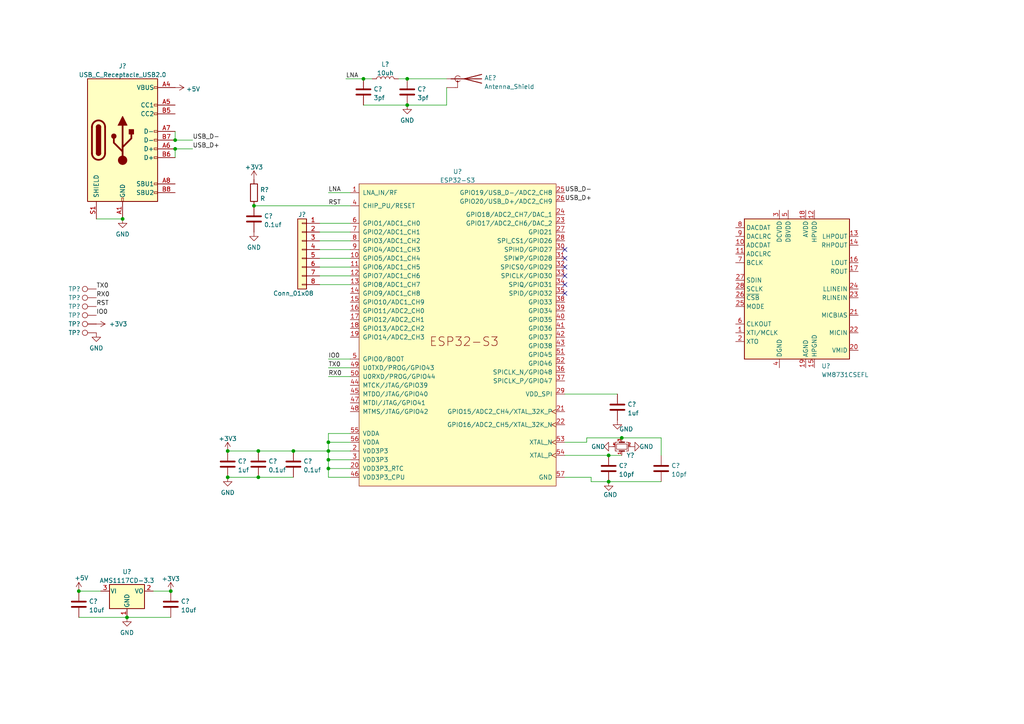
<source format=kicad_sch>
(kicad_sch (version 20211123) (generator eeschema)
  (paper "A4")
  (title_block (title "main-board") (date "2022-05-28") (rev "V1.0"))
  (lib_symbols
    (symbol "Audio:WM8731CSEFL"
      (property "Reference" "U" (at -13.97 21.59 0))
      (property "Value" "WM8731CSEFL" (at 0 5.08 0))
      (symbol "WM8731CSEFL_0_1"
        (rectangle (start -15.24 20.32) (end 15.24 -20.32) (stroke (width 0.254)) (fill (type background)))
      )
      (symbol "WM8731CSEFL_1_1"
        (pin input line (at -17.78 -12.7 0) (length 2.54) (name "XTI/MCLK") (number "1"))
        (pin output line (at -17.78 12.7 0) (length 2.54) (name "ADCDAT") (number "10"))
        (pin bidirectional line (at -17.78 10.16 0) (length 2.54) (name "ADCLRC") (number "11"))
        (pin power_in line (at 5.08 22.86 270) (length 2.54) (name "HPVDD") (number "12"))
        (pin output line (at 17.78 15.24 180) (length 2.54) (name "LHPOUT") (number "13"))
        (pin output line (at 17.78 12.7 180) (length 2.54) (name "RHPOUT") (number "14"))
        (pin power_in line (at 5.08 -22.86 90) (length 2.54) (name "HPGND") (number "15"))
        (pin output line (at 17.78 7.62 180) (length 2.54) (name "LOUT") (number "16"))
        (pin output line (at 17.78 5.08 180) (length 2.54) (name "ROUT") (number "17"))
        (pin power_in line (at 2.54 22.86 270) (length 2.54) (name "AVDD") (number "18"))
        (pin power_in line (at 2.54 -22.86 90) (length 2.54) (name "AGND") (number "19"))
        (pin output line (at -17.78 -15.24 0) (length 2.54) (name "XTO") (number "2"))
        (pin passive line (at 17.78 -17.78 180) (length 2.54) (name "VMID") (number "20"))
        (pin output line (at 17.78 -7.62 180) (length 2.54) (name "MICBIAS") (number "21"))
        (pin input line (at 17.78 -12.7 180) (length 2.54) (name "MICIN") (number "22"))
        (pin input line (at 17.78 -2.54 180) (length 2.54) (name "RLINEIN") (number "23"))
        (pin input line (at 17.78 0 180) (length 2.54) (name "LLINEIN") (number "24"))
        (pin input line (at -17.78 -5.08 0) (length 2.54) (name "MODE") (number "25"))
        (pin input line (at -17.78 -2.54 0) (length 2.54) (name "~{CSB}") (number "26"))
        (pin bidirectional line (at -17.78 2.54 0) (length 2.54) (name "SDIN") (number "27"))
        (pin input line (at -17.78 0 0) (length 2.54) (name "SCLK") (number "28"))
        (pin passive line (at 2.54 -22.86 90) (length 2.54) hide (name "AGND") (number "29"))
        (pin power_in line (at -5.08 22.86 270) (length 2.54) (name "DCVDD") (number "3"))
        (pin power_in line (at -5.08 -22.86 90) (length 2.54) (name "DGND") (number "4"))
        (pin power_in line (at -2.54 22.86 270) (length 2.54) (name "DBVDD") (number "5"))
        (pin output line (at -17.78 -10.16 0) (length 2.54) (name "CLKOUT") (number "6"))
        (pin bidirectional line (at -17.78 7.62 0) (length 2.54) (name "BCLK") (number "7"))
        (pin input line (at -17.78 17.78 0) (length 2.54) (name "DACDAT") (number "8"))
        (pin bidirectional line (at -17.78 15.24 0) (length 2.54) (name "DACLRC") (number "9"))
      )
    )
    (symbol "Connector:TestPoint" (pin_numbers hide) (pin_names (offset 0.762) hide)
      (property "Reference" "TP" (at 0 6.858 0))
      (property "Value" "TestPoint" (at 0 5.08 0))
      (symbol "TestPoint_0_1"
        (circle (center 0 3.302) (radius 0.762))
      )
      (symbol "TestPoint_1_1"
        (pin passive line (at 0 0 90) (length 2.54) (name "1") (number "1"))
      )
    )
    (symbol "Connector:USB_C_Receptacle_USB2.0" (pin_names (offset 1.016))
      (property "Reference" "J" (at -10.16 19.05 0))
      (property "Value" "USB_C_Receptacle_USB2.0" (at 19.05 19.05 0))
      (symbol "USB_C_Receptacle_USB2.0_0_0"
        (rectangle (start -0.254 -17.78) (end 0.254 -16.764))
        (rectangle (start 10.16 -14.986) (end 9.144 -15.494))
        (rectangle (start 10.16 -12.446) (end 9.144 -12.954))
        (rectangle (start 10.16 -4.826) (end 9.144 -5.334))
        (rectangle (start 10.16 -2.286) (end 9.144 -2.794))
        (rectangle (start 10.16 0.254) (end 9.144 -0.254))
        (rectangle (start 10.16 2.794) (end 9.144 2.286))
        (rectangle (start 10.16 7.874) (end 9.144 7.366))
        (rectangle (start 10.16 10.414) (end 9.144 9.906))
        (rectangle (start 10.16 15.494) (end 9.144 14.986))
      )
      (symbol "USB_C_Receptacle_USB2.0_0_1"
        (rectangle (start -10.16 17.78) (end 10.16 -17.78) (stroke (width 0.254)) (fill (type background)))
        (arc (start -8.89 -3.81) (mid -6.985 -5.715) (end -5.08 -3.81) (stroke (width 0.508)))
        (arc (start -7.62 -3.81) (mid -6.985 -4.445) (end -6.35 -3.81) (stroke (width 0.254)))
        (arc (start -7.62 -3.81) (mid -6.985 -4.445) (end -6.35 -3.81) (stroke (width 0.254)) (fill (type outline)))
        (rectangle (start -7.62 -3.81) (end -6.35 3.81) (stroke (width 0.254)) (fill (type outline)))
        (arc (start -6.35 3.81) (mid -6.985 4.445) (end -7.62 3.81) (stroke (width 0.254)))
        (arc (start -6.35 3.81) (mid -6.985 4.445) (end -7.62 3.81) (stroke (width 0.254)) (fill (type outline)))
        (arc (start -5.08 3.81) (mid -6.985 5.715) (end -8.89 3.81) (stroke (width 0.508)))
        (circle (center -2.54 1.143) (radius 0.635) (stroke (width 0.254)) (fill (type outline)))
        (circle (center 0 -5.842) (radius 1.27) (fill (type outline)))
        (polyline (pts (xy -8.89 -3.81) (xy -8.89 3.81)) (stroke (width 0.508)))
        (polyline (pts (xy -5.08 3.81) (xy -5.08 -3.81)) (stroke (width 0.508)))
        (polyline (pts (xy 0 -5.842) (xy 0 4.318)) (stroke (width 0.508)))
        (polyline (pts (xy 0 -3.302) (xy -2.54 -0.762) (xy -2.54 0.508)) (stroke (width 0.508)))
        (polyline (pts (xy 0 -2.032) (xy 2.54 0.508) (xy 2.54 1.778)) (stroke (width 0.508)))
        (polyline (pts (xy -1.27 4.318) (xy 0 6.858) (xy 1.27 4.318) (xy -1.27 4.318)) (stroke (width 0.254)) (fill (type outline)))
        (rectangle (start 1.905 1.778) (end 3.175 3.048) (stroke (width 0.254)) (fill (type outline)))
      )
      (symbol "USB_C_Receptacle_USB2.0_1_1"
        (pin passive line (at 0 -22.86 90) (length 5.08) (name "GND") (number "A1"))
        (pin passive line (at 0 -22.86 90) (length 5.08) hide (name "GND") (number "A12"))
        (pin passive line (at 15.24 15.24 180) (length 5.08) (name "VBUS") (number "A4"))
        (pin bidirectional line (at 15.24 10.16 180) (length 5.08) (name "CC1") (number "A5"))
        (pin bidirectional line (at 15.24 -2.54 180) (length 5.08) (name "D+") (number "A6"))
        (pin bidirectional line (at 15.24 2.54 180) (length 5.08) (name "D-") (number "A7"))
        (pin bidirectional line (at 15.24 -12.7 180) (length 5.08) (name "SBU1") (number "A8"))
        (pin passive line (at 15.24 15.24 180) (length 5.08) hide (name "VBUS") (number "A9"))
        (pin passive line (at 0 -22.86 90) (length 5.08) hide (name "GND") (number "B1"))
        (pin passive line (at 0 -22.86 90) (length 5.08) hide (name "GND") (number "B12"))
        (pin passive line (at 15.24 15.24 180) (length 5.08) hide (name "VBUS") (number "B4"))
        (pin bidirectional line (at 15.24 7.62 180) (length 5.08) (name "CC2") (number "B5"))
        (pin bidirectional line (at 15.24 -5.08 180) (length 5.08) (name "D+") (number "B6"))
        (pin bidirectional line (at 15.24 0 180) (length 5.08) (name "D-") (number "B7"))
        (pin bidirectional line (at 15.24 -15.24 180) (length 5.08) (name "SBU2") (number "B8"))
        (pin passive line (at 15.24 15.24 180) (length 5.08) hide (name "VBUS") (number "B9"))
        (pin passive line (at -7.62 -22.86 90) (length 5.08) (name "SHIELD") (number "S1"))
      )
    )
    (symbol "Connector_Generic:Conn_01x08" (pin_names (offset 1.016) hide)
      (property "Reference" "J" (at 0 10.16 0))
      (property "Value" "Conn_01x08" (at 0 -12.7 0))
      (symbol "Conn_01x08_1_1"
        (rectangle (start -1.27 -10.033) (end 0 -10.287) (stroke (width 0.1524)))
        (rectangle (start -1.27 -7.493) (end 0 -7.747) (stroke (width 0.1524)))
        (rectangle (start -1.27 -4.953) (end 0 -5.207) (stroke (width 0.1524)))
        (rectangle (start -1.27 -2.413) (end 0 -2.667) (stroke (width 0.1524)))
        (rectangle (start -1.27 0.127) (end 0 -0.127) (stroke (width 0.1524)))
        (rectangle (start -1.27 2.667) (end 0 2.413) (stroke (width 0.1524)))
        (rectangle (start -1.27 5.207) (end 0 4.953) (stroke (width 0.1524)))
        (rectangle (start -1.27 7.747) (end 0 7.493) (stroke (width 0.1524)))
        (rectangle (start -1.27 8.89) (end 1.27 -11.43) (stroke (width 0.254)) (fill (type background)))
        (pin passive line (at -5.08 7.62 0) (length 3.81) (name "Pin_1") (number "1"))
        (pin passive line (at -5.08 5.08 0) (length 3.81) (name "Pin_2") (number "2"))
        (pin passive line (at -5.08 2.54 0) (length 3.81) (name "Pin_3") (number "3"))
        (pin passive line (at -5.08 0 0) (length 3.81) (name "Pin_4") (number "4"))
        (pin passive line (at -5.08 -2.54 0) (length 3.81) (name "Pin_5") (number "5"))
        (pin passive line (at -5.08 -5.08 0) (length 3.81) (name "Pin_6") (number "6"))
        (pin passive line (at -5.08 -7.62 0) (length 3.81) (name "Pin_7") (number "7"))
        (pin passive line (at -5.08 -10.16 0) (length 3.81) (name "Pin_8") (number "8"))
      )
    )
    (symbol "Device:Antenna_Shield" (pin_numbers hide) (pin_names (offset 1.016) hide)
      (property "Reference" "AE" (at -1.905 4.445 0))
      (property "Value" "Antenna_Shield" (at -1.905 2.54 0))
      (symbol "Antenna_Shield_0_1"
        (arc (start -0.508 -1.143) (mid -0.8429 -2.1194) (end 0 -2.667))
        (arc (start 0 -2.667) (mid 0.7989 -2.1052) (end 0.508 -1.143))
        (polyline (pts (xy 0 -2.54) (xy 0 0)))
        (polyline (pts (xy 0 5.08) (xy 0 -3.81)) (stroke (width 0.254)))
        (polyline (pts (xy 0.762 -1.905) (xy 2.54 -1.905)))
        (polyline (pts (xy 2.54 -2.54) (xy 2.54 -1.905)))
        (polyline (pts (xy 1.27 5.08) (xy 0 0) (xy -1.27 5.08)) (stroke (width 0.254)))
        (circle (center 0.762 -1.905) (radius 0.1778) (fill (type outline)))
      )
      (symbol "Antenna_Shield_1_1"
        (pin input line (at 0 -5.08 90) (length 2.54) (name "A") (number "1"))
        (pin input line (at 2.54 -5.08 90) (length 2.54) (name "Shield") (number "2"))
      )
    )
    (symbol "Device:C" (pin_numbers hide) (pin_names (offset 0.254))
      (property "Reference" "C" (at 0.635 2.54 0))
      (property "Value" "C" (at 0.635 -2.54 0))
      (symbol "C_0_1"
        (polyline (pts (xy -2.032 -0.762) (xy 2.032 -0.762)) (stroke (width 0.508)))
        (polyline (pts (xy -2.032 0.762) (xy 2.032 0.762)) (stroke (width 0.508)))
      )
      (symbol "C_1_1"
        (pin passive line (at 0 3.81 270) (length 2.794) (name "~") (number "1"))
        (pin passive line (at 0 -3.81 90) (length 2.794) (name "~") (number "2"))
      )
    )
    (symbol "Device:Crystal_GND24_Small" (pin_names (offset 1.016) hide)
      (property "Reference" "Y" (at 1.27 4.445 0))
      (property "Value" "Crystal_GND24_Small" (at 1.27 2.54 0))
      (symbol "Crystal_GND24_Small_0_1"
        (rectangle (start -0.762 -1.524) (end 0.762 1.524))
        (polyline (pts (xy -1.27 -0.762) (xy -1.27 0.762)) (stroke (width 0.381)))
        (polyline (pts (xy 1.27 -0.762) (xy 1.27 0.762)) (stroke (width 0.381)))
        (polyline (pts (xy -1.27 -1.27) (xy -1.27 -1.905) (xy 1.27 -1.905) (xy 1.27 -1.27)))
        (polyline (pts (xy -1.27 1.27) (xy -1.27 1.905) (xy 1.27 1.905) (xy 1.27 1.27)))
      )
      (symbol "Crystal_GND24_Small_1_1"
        (pin passive line (at -2.54 0 0) (length 1.27) (name "1") (number "1"))
        (pin passive line (at 0 -2.54 90) (length 0.635) (name "2") (number "2"))
        (pin passive line (at 2.54 0 180) (length 1.27) (name "3") (number "3"))
        (pin passive line (at 0 2.54 270) (length 0.635) (name "4") (number "4"))
      )
    )
    (symbol "Device:L" (pin_numbers hide) (pin_names (offset 1.016) hide)
      (property "Reference" "L" (at -1.27 0 90))
      (property "Value" "L" (at 1.905 0 90))
      (symbol "L_0_1"
        (arc (start 0 -2.54) (mid 0.635 -1.905) (end 0 -1.27))
        (arc (start 0 -1.27) (mid 0.635 -0.635) (end 0 0))
        (arc (start 0 0) (mid 0.635 0.635) (end 0 1.27))
        (arc (start 0 1.27) (mid 0.635 1.905) (end 0 2.54))
      )
      (symbol "L_1_1"
        (pin passive line (at 0 3.81 270) (length 1.27) (name "1") (number "1"))
        (pin passive line (at 0 -3.81 90) (length 1.27) (name "2") (number "2"))
      )
    )
    (symbol "Device:R" (pin_numbers hide) (pin_names (offset 0))
      (property "Reference" "R" (at 2.032 0 90))
      (property "Value" "R" (at 0 0 90))
      (symbol "R_0_1"
        (rectangle (start -1.016 -2.54) (end 1.016 2.54) (stroke (width 0.254)))
      )
      (symbol "R_1_1"
        (pin passive line (at 0 3.81 270) (length 1.27) (name "~") (number "1"))
        (pin passive line (at 0 -3.81 90) (length 1.27) (name "~") (number "2"))
      )
    )
    (symbol "Espressif:ESP32-S3" (pin_names (offset 1.016))
      (property "Reference" "U" (at 0 46.99 0))
      (property "Value" "ESP32-S3" (at 0 -43.18 0))
      (symbol "ESP32-S3_0_0"
        (text "ESP32-S3" (at 1.27 0 0) (effects (font (size 2.54 2.54))))
        (pin bidirectional line (at 30.48 -8.89 180) (length 2.54) (name "SPICLK_N/GPIO48") (number "36"))
        (pin bidirectional line (at 30.48 -11.43 180) (length 2.54) (name "SPICLK_P/GPIO47") (number "37"))
      )
      (symbol "ESP32-S3_0_1"
        (rectangle (start -29.21 45.72) (end 27.94 -41.91) (fill (type background)))
      )
      (symbol "ESP32-S3_1_1"
        (pin bidirectional line (at -31.75 43.18 0) (length 2.54) (name "LNA_IN/RF") (number "1"))
        (pin bidirectional line (at -31.75 24.13 0) (length 2.54) (name "GPIO5/ADC1_CH4") (number "10"))
        (pin bidirectional line (at -31.75 21.59 0) (length 2.54) (name "GPIO6/ADC1_CH5") (number "11"))
        (pin bidirectional line (at -31.75 19.05 0) (length 2.54) (name "GPIO7/ADC1_CH6") (number "12"))
        (pin bidirectional line (at -31.75 16.51 0) (length 2.54) (name "GPIO8/ADC1_CH7") (number "13"))
        (pin bidirectional line (at -31.75 13.97 0) (length 2.54) (name "GPIO9/ADC1_CH8") (number "14"))
        (pin bidirectional line (at -31.75 11.43 0) (length 2.54) (name "GPIO10/ADC1_CH9") (number "15"))
        (pin bidirectional line (at -31.75 8.89 0) (length 2.54) (name "GPIO11/ADC2_CH0") (number "16"))
        (pin bidirectional line (at -31.75 6.35 0) (length 2.54) (name "GPIO12/ADC2_CH1") (number "17"))
        (pin bidirectional line (at -31.75 3.81 0) (length 2.54) (name "GPIO13/ADC2_CH2") (number "18"))
        (pin bidirectional line (at -31.75 1.27 0) (length 2.54) (name "GPIO14/ADC2_CH3") (number "19"))
        (pin power_in line (at -31.75 -31.75 0) (length 2.54) (name "VDD3P3") (number "2"))
        (pin power_in line (at -31.75 -36.83 0) (length 2.54) (name "VDD3P3_RTC") (number "20"))
        (pin input clock (at 30.48 -20.32 180) (length 2.54) (name "GPIO15/ADC2_CH4/XTAL_32K_P") (number "21"))
        (pin output clock (at 30.48 -24.13 180) (length 2.54) (name "GPIO16/ADC2_CH5/XTAL_32K_N") (number "22"))
        (pin bidirectional line (at 30.48 34.29 180) (length 2.54) (name "GPIO17/ADC2_CH6/DAC_2") (number "23"))
        (pin bidirectional line (at 30.48 36.83 180) (length 2.54) (name "GPIO18/ADC2_CH7/DAC_1") (number "24"))
        (pin bidirectional line (at 30.48 43.18 180) (length 2.54) (name "GPIO19/USB_D-/ADC2_CH8") (number "25"))
        (pin bidirectional line (at 30.48 40.64 180) (length 2.54) (name "GPIO20/USB_D+/ADC2_CH9") (number "26"))
        (pin bidirectional line (at 30.48 31.75 180) (length 2.54) (name "GPIO21") (number "27"))
        (pin bidirectional line (at 30.48 29.21 180) (length 2.54) (name "SPI_CS1/GPIO26") (number "28"))
        (pin power_out line (at 30.48 -15.24 180) (length 2.54) (name "VDD_SPI") (number "29"))
        (pin power_in line (at -31.75 -34.29 0) (length 2.54) (name "VDD3P3") (number "3"))
        (pin bidirectional line (at 30.48 26.67 180) (length 2.54) (name "SPIHD/GPIO27") (number "30"))
        (pin bidirectional line (at 30.48 24.13 180) (length 2.54) (name "SPIWP/GPIO28") (number "31"))
        (pin bidirectional line (at 30.48 21.59 180) (length 2.54) (name "SPICS0/GPIO29") (number "32"))
        (pin bidirectional line (at 30.48 19.05 180) (length 2.54) (name "SPICLK/GPIO30") (number "33"))
        (pin bidirectional line (at 30.48 16.51 180) (length 2.54) (name "SPIQ/GPIO31") (number "34"))
        (pin bidirectional line (at 30.48 13.97 180) (length 2.54) (name "SPID/GPIO32") (number "35"))
        (pin bidirectional line (at 30.48 11.43 180) (length 2.54) (name "GPIO33") (number "38"))
        (pin bidirectional line (at 30.48 8.89 180) (length 2.54) (name "GPIO34") (number "39"))
        (pin input line (at -31.75 39.37 0) (length 2.54) (name "CHIP_PU/RESET") (number "4"))
        (pin bidirectional line (at 30.48 6.35 180) (length 2.54) (name "GPIO35") (number "40"))
        (pin bidirectional line (at 30.48 3.81 180) (length 2.54) (name "GPIO36") (number "41"))
        (pin bidirectional line (at 30.48 1.27 180) (length 2.54) (name "GPIO37") (number "42"))
        (pin bidirectional line (at 30.48 -1.27 180) (length 2.54) (name "GPIO38") (number "43"))
        (pin bidirectional line (at -31.75 -12.7 0) (length 2.54) (name "MTCK/JTAG/GPIO39") (number "44"))
        (pin bidirectional line (at -31.75 -15.24 0) (length 2.54) (name "MTDO/JTAG/GPIO40") (number "45"))
        (pin power_in line (at -31.75 -39.37 0) (length 2.54) (name "VDD3P3_CPU") (number "46"))
        (pin bidirectional line (at -31.75 -17.78 0) (length 2.54) (name "MTDI/JTAG/GPIO41") (number "47"))
        (pin bidirectional line (at -31.75 -20.32 0) (length 2.54) (name "MTMS/JTAG/GPIO42") (number "48"))
        (pin bidirectional line (at -31.75 -7.62 0) (length 2.54) (name "U0TXD/PROG/GPIO43") (number "49"))
        (pin bidirectional line (at -31.75 -5.08 0) (length 2.54) (name "GPIO0/BOOT") (number "5"))
        (pin bidirectional line (at -31.75 -10.16 0) (length 2.54) (name "U0RXD/PROG/GPIO44") (number "50"))
        (pin bidirectional line (at 30.48 -3.81 180) (length 2.54) (name "GPIO45") (number "51"))
        (pin bidirectional line (at 30.48 -6.35 180) (length 2.54) (name "GPIO46") (number "52"))
        (pin input clock (at 30.48 -29.21 180) (length 2.54) (name "XTAL_N") (number "53"))
        (pin output clock (at 30.48 -33.02 180) (length 2.54) (name "XTAL_P") (number "54"))
        (pin power_in line (at -31.75 -26.67 0) (length 2.54) (name "VDDA") (number "55"))
        (pin power_in line (at -31.75 -29.21 0) (length 2.54) (name "VDDA") (number "56"))
        (pin power_in line (at 30.48 -39.37 180) (length 2.54) (name "GND") (number "57"))
        (pin bidirectional line (at -31.75 34.29 0) (length 2.54) (name "GPIO1/ADC1_CH0") (number "6"))
        (pin bidirectional line (at -31.75 31.75 0) (length 2.54) (name "GPIO2/ADC1_CH1") (number "7"))
        (pin bidirectional line (at -31.75 29.21 0) (length 2.54) (name "GPIO3/ADC1_CH2") (number "8"))
        (pin bidirectional line (at -31.75 26.67 0) (length 2.54) (name "GPIO4/ADC1_CH3") (number "9"))
      )
    )
    (symbol "Regulator_Linear:AMS1117CD-3.3" (pin_names (offset 0.254))
      (property "Reference" "U" (at -3.81 3.175 0))
      (property "Value" "AMS1117CD-3.3" (at 0 3.175 0))
      (symbol "AMS1117CD-3.3_0_1"
        (rectangle (start -5.08 -5.08) (end 5.08 1.905) (stroke (width 0.254)) (fill (type background)))
      )
      (symbol "AMS1117CD-3.3_1_1"
        (pin power_in line (at 0 -7.62 90) (length 2.54) (name "GND") (number "1"))
        (pin power_out line (at 7.62 0 180) (length 2.54) (name "VO") (number "2"))
        (pin power_in line (at -7.62 0 0) (length 2.54) (name "VI") (number "3"))
      )
    )
    (symbol "power:+3.3V" (power) (pin_names (offset 0))
      (property "Value" "+3.3V" (at 0 3.556 0))
      (symbol "+3.3V_0_1"
        (polyline (pts (xy -0.762 1.27) (xy 0 2.54)))
        (polyline (pts (xy 0 0) (xy 0 2.54)))
        (polyline (pts (xy 0 2.54) (xy 0.762 1.27)))
      )
      (symbol "+3.3V_1_1"
        (pin power_in line (at 0 0 90) (length 0) hide (name "+3V3") (number "1"))
      )
    )
    (symbol "power:+5V" (power) (pin_names (offset 0))
      (property "Value" "+5V" (at 0 3.556 0))
      (symbol "+5V_0_1"
        (polyline (pts (xy -0.762 1.27) (xy 0 2.54)))
        (polyline (pts (xy 0 0) (xy 0 2.54)))
        (polyline (pts (xy 0 2.54) (xy 0.762 1.27)))
      )
      (symbol "+5V_1_1"
        (pin power_in line (at 0 0 90) (length 0) hide (name "+5V") (number "1"))
      )
    )
    (symbol "power:GND" (power) (pin_names (offset 0))
      (property "Value" "GND" (at 0 -3.81 0))
      (symbol "GND_0_1"
        (polyline (pts (xy 0 0) (xy 0 -1.27) (xy 1.27 -1.27) (xy 0 -2.54) (xy -1.27 -1.27) (xy 0 -1.27)))
      )
      (symbol "GND_1_1"
        (pin power_in line (at 0 0 270) (length 0) hide (name "GND") (number "1"))
      )
    )
  )
  (junction (at 118.11 30.48))
  (junction (at 50.8 43.18))
  (junction (at 85.09 130.81))
  (junction (at 66.04 138.43))
  (junction (at 176.53 132.08))
  (junction (at 95.25 128.27))
  (junction (at 118.11 22.86))
  (junction (at 22.86 171.45))
  (junction (at 73.66 59.69))
  (junction (at 49.53 171.45))
  (junction (at 36.83 179.07))
  (junction (at 95.25 133.35))
  (junction (at 74.93 138.43))
  (junction (at 74.93 130.81))
  (junction (at 95.25 130.81))
  (junction (at 35.56 63.5))
  (junction (at 95.25 135.89))
  (junction (at 66.04 130.81))
  (junction (at 180.34 127))
  (junction (at 50.8 40.64))
  (junction (at 105.41 22.86))
  (junction (at 176.53 139.7))
  (no_connect (at 163.83 74.93))
  (no_connect (at 163.83 77.47))
  (no_connect (at 163.83 80.01))
  (no_connect (at 163.83 82.55))
  (no_connect (at 163.83 85.09))
  (no_connect (at 163.83 72.39))
  (wire (pts (xy 92.71 80.01) (xy 101.6 80.01)))
  (wire (pts (xy 191.77 127) (xy 180.34 127)))
  (wire (pts (xy 74.93 138.43) (xy 85.09 138.43)))
  (wire (pts (xy 27.94 63.5) (xy 35.56 63.5)))
  (wire (pts (xy 44.45 171.45) (xy 49.53 171.45)))
  (wire (pts (xy 92.71 74.93) (xy 101.6 74.93)))
  (wire (pts (xy 100.33 22.86) (xy 105.41 22.86)))
  (wire (pts (xy 129.54 30.48) (xy 118.11 30.48)))
  (wire (pts (xy 191.77 132.08) (xy 191.77 127)))
  (wire (pts (xy 36.83 179.07) (xy 49.53 179.07)))
  (wire (pts (xy 101.6 125.73) (xy 95.25 125.73)))
  (wire (pts (xy 95.25 130.81) (xy 101.6 130.81)))
  (wire (pts (xy 92.71 82.55) (xy 101.6 82.55)))
  (wire (pts (xy 92.71 69.85) (xy 101.6 69.85)))
  (wire (pts (xy 74.93 130.81) (xy 85.09 130.81)))
  (wire (pts (xy 92.71 77.47) (xy 101.6 77.47)))
  (wire (pts (xy 73.66 59.69) (xy 101.6 59.69)))
  (wire (pts (xy 129.54 25.4) (xy 129.54 30.48)))
  (wire (pts (xy 50.8 38.1) (xy 50.8 40.64)))
  (wire (pts (xy 50.8 43.18) (xy 50.8 45.72)))
  (wire (pts (xy 95.25 109.22) (xy 101.6 109.22)))
  (wire (pts (xy 163.83 138.43) (xy 171.45 138.43)))
  (wire (pts (xy 105.41 22.86) (xy 107.95 22.86)))
  (wire (pts (xy 95.25 135.89) (xy 101.6 135.89)))
  (wire (pts (xy 171.45 138.43) (xy 171.45 139.7)))
  (wire (pts (xy 50.8 43.18) (xy 55.88 43.18)))
  (wire (pts (xy 170.18 128.27) (xy 170.18 127)))
  (wire (pts (xy 92.71 67.31) (xy 101.6 67.31)))
  (wire (pts (xy 95.25 106.68) (xy 101.6 106.68)))
  (wire (pts (xy 95.25 130.81) (xy 95.25 133.35)))
  (wire (pts (xy 101.6 138.43) (xy 95.25 138.43)))
  (wire (pts (xy 176.53 132.08) (xy 180.34 132.08)))
  (wire (pts (xy 92.71 64.77) (xy 101.6 64.77)))
  (wire (pts (xy 105.41 30.48) (xy 118.11 30.48)))
  (wire (pts (xy 66.04 138.43) (xy 74.93 138.43)))
  (wire (pts (xy 85.09 130.81) (xy 95.25 130.81)))
  (wire (pts (xy 176.53 139.7) (xy 191.77 139.7)))
  (wire (pts (xy 22.86 179.07) (xy 36.83 179.07)))
  (wire (pts (xy 95.25 138.43) (xy 95.25 135.89)))
  (wire (pts (xy 118.11 22.86) (xy 129.54 22.86)))
  (wire (pts (xy 171.45 139.7) (xy 176.53 139.7)))
  (wire (pts (xy 115.57 22.86) (xy 118.11 22.86)))
  (wire (pts (xy 50.8 40.64) (xy 55.88 40.64)))
  (wire (pts (xy 163.83 128.27) (xy 170.18 128.27)))
  (wire (pts (xy 170.18 127) (xy 180.34 127)))
  (wire (pts (xy 95.25 55.88) (xy 101.6 55.88)))
  (wire (pts (xy 101.6 133.35) (xy 95.25 133.35)))
  (wire (pts (xy 66.04 130.81) (xy 74.93 130.81)))
  (wire (pts (xy 95.25 104.14) (xy 101.6 104.14)))
  (wire (pts (xy 95.25 128.27) (xy 101.6 128.27)))
  (wire (pts (xy 95.25 128.27) (xy 95.25 130.81)))
  (wire (pts (xy 163.83 114.3) (xy 179.07 114.3)))
  (wire (pts (xy 92.71 72.39) (xy 101.6 72.39)))
  (wire (pts (xy 22.86 171.45) (xy 29.21 171.45)))
  (wire (pts (xy 95.25 135.89) (xy 95.25 133.35)))
  (wire (pts (xy 163.83 132.08) (xy 176.53 132.08)))
  (wire (pts (xy 95.25 125.73) (xy 95.25 128.27)))
  (label "USB_D+" (at 55.88 43.18 0))
  (label "USB_D+" (at 163.83 58.42 0))
  (label "TX0" (at 27.94 83.82 0))
  (label "IO0" (at 95.25 104.14 0))
  (label "RST" (at 27.94 88.9 0))
  (label "RST" (at 95.25 59.69 0))
  (label "LNA" (at 95.25 55.88 0))
  (label "RX0" (at 27.94 86.36 0))
  (label "USB_D-" (at 55.88 40.64 0))
  (label "USB_D-" (at 163.83 55.88 0))
  (label "IO0" (at 27.94 91.44 0))
  (label "TX0" (at 95.25 106.68 0))
  (label "LNA" (at 100.33 22.86 0))
  (label "RX0" (at 95.25 109.22 0))
  (symbol (lib_id "Connector:TestPoint") (at 27.94 96.52 90) (unit 1)
    (property "Reference" "TP?" (at 21.59 96.52 90))
    (property "Value" "TestPoint" (effects hide))
  )
  (symbol (lib_id "power:GND") (at 179.07 121.92 0) (unit 1)
    (property "Reference" "#PWR?" (effects hide))
    (property "Value" "GND" (at 181.61 124.46 0))
  )
  (symbol (lib_id "Device:C") (at 73.66 63.5 0) (unit 1)
    (property "Reference" "C?" (at 76.581 62.6653 0) (effects (justify left)))
    (property "Value" "0.1uf" (at 76.581 65.2022 0) (effects (justify left)))
    (property "Footprint" "Capacitor_SMD:C_0402_1005Metric" (effects hide))
  )
  (symbol (lib_id "power:+3.3V") (at 27.94 93.98 270) (unit 1)
    (property "Reference" "#PWR?" (effects hide))
    (property "Value" "+3.3V" (at 34.29 93.98 90))
  )
  (symbol (lib_id "Device:C") (at 118.11 26.67 0) (unit 1)
    (property "Reference" "C?" (at 121.031 25.8353 0) (effects (justify left)))
    (property "Value" "3pf" (at 121.031 28.3722 0) (effects (justify left)))
    (property "Footprint" "Capacitor_SMD:C_0402_1005Metric" (effects hide))
  )
  (symbol (lib_id "Device:C") (at 105.41 26.67 0) (unit 1)
    (property "Reference" "C?" (at 108.331 25.8353 0) (effects (justify left)))
    (property "Value" "3pf" (at 108.331 28.3722 0) (effects (justify left)))
    (property "Footprint" "Capacitor_SMD:C_0402_1005Metric" (effects hide))
  )
  (symbol (lib_id "Device:C") (at 22.86 175.26 0) (unit 1)
    (property "Reference" "C?" (at 25.781 174.4253 0) (effects (justify left)))
    (property "Value" "10uf" (at 25.781 176.9622 0) (effects (justify left)))
    (property "Footprint" "Capacitor_SMD:C_0603_1608Metric" (effects hide))
  )
  (symbol (lib_id "Device:C") (at 85.09 134.62 0) (unit 1)
    (property "Reference" "C?" (at 88.011 133.7853 0) (effects (justify left)))
    (property "Value" "0.1uf" (at 88.011 136.3222 0) (effects (justify left)))
    (property "Footprint" "Capacitor_SMD:C_0402_1005Metric" (effects hide))
  )
  (symbol (lib_id "Device:Antenna_Shield") (at 134.62 22.86 270) (unit 1)
    (property "Reference" "AE?" (at 140.462 22.5968 90) (effects (justify left)))
    (property "Value" "Antenna_Shield" (at 140.462 25.1337 90) (effects (justify left)))
  )
  (symbol (lib_id "power:GND") (at 35.56 63.5 0) (unit 1)
    (property "Reference" "#PWR?" (effects hide))
    (property "Value" "GND" (at 35.56 67.9434 0))
  )
  (symbol (lib_id "Connector:USB_C_Receptacle_USB2.0") (at 35.56 40.64 0) (unit 1)
    (property "Reference" "J?" (at 35.56 19.1602 0))
    (property "Value" "USB_C_Receptacle_USB2.0" (at 35.56 21.6971 0))
    (property "Footprint" "Connector_USB:USB_C_Receptacle_HRO_TYPE-C-31-M-12" (effects hide))
    (property "Datasheet" "https://www.usb.org/sites/default/files/documents/usb_type-c.zip" (effects hide))
  )
  (symbol (lib_id "power:GND") (at 73.66 67.31 0) (unit 1)
    (property "Reference" "#PWR?" (effects hide))
    (property "Value" "GND" (at 73.66 71.7534 0))
  )
  (symbol (lib_id "Device:C") (at 176.53 135.89 0) (unit 1)
    (property "Reference" "C?" (at 179.451 135.0553 0) (effects (justify left)))
    (property "Value" "10pf" (at 179.451 137.5922 0) (effects (justify left)))
    (property "Footprint" "Capacitor_SMD:C_0402_1005Metric" (effects hide))
  )
  (symbol (lib_id "Connector:TestPoint") (at 27.94 86.36 90) (unit 1)
    (property "Reference" "TP?" (at 21.59 86.36 90))
    (property "Value" "TestPoint" (effects hide))
  )
  (symbol (lib_id "power:+3.3V") (at 73.66 52.07 0) (unit 1)
    (property "Reference" "#PWR?" (effects hide))
    (property "Value" "+3.3V" (at 73.66 48.4942 0))
  )
  (symbol (lib_id "power:+3.3V") (at 66.04 130.81 0) (unit 1)
    (property "Reference" "#PWR?" (effects hide))
    (property "Value" "+3.3V" (at 66.04 127.2342 0))
  )
  (symbol (lib_id "Device:C") (at 191.77 135.89 0) (unit 1)
    (property "Reference" "C?" (at 194.691 135.0553 0) (effects (justify left)))
    (property "Value" "10pf" (at 194.691 137.5922 0) (effects (justify left)))
    (property "Footprint" "Capacitor_SMD:C_0402_1005Metric" (effects hide))
  )
  (symbol (lib_id "Audio:WM8731CSEFL") (at 231.14 83.82 0) (unit 1)
    (property "Reference" "U?" (at 238.2394 106.1704 0) (effects (justify left)))
    (property "Value" "WM8731CSEFL" (at 238.2394 108.7073 0) (effects (justify left)))
    (property "Footprint" "Package_DFN_QFN:QFN-28-1EP_5x5mm_P0.5mm_EP3.35x3.35mm" (effects hide))
    (property "Datasheet" "https://statics.cirrus.com/pubs/proDatasheet/WM8731_v4.9.pdf" (effects hide))
  )
  (symbol (lib_id "power:GND") (at 182.88 129.54 90) (unit 1)
    (property "Reference" "#PWR?" (effects hide))
    (property "Value" "GND" (at 185.42 129.54 90) (effects (justify right)))
  )
  (symbol (lib_id "Connector:TestPoint") (at 27.94 88.9 90) (unit 1)
    (property "Reference" "TP?" (at 21.59 88.9 90))
    (property "Value" "TestPoint" (effects hide))
  )
  (symbol (lib_id "power:+5V") (at 50.8 25.4 270) (unit 1)
    (property "Reference" "#PWR?" (effects hide))
    (property "Value" "+5V" (at 53.975 25.8338 90) (effects (justify left)))
  )
  (symbol (lib_id "Connector:TestPoint") (at 27.94 83.82 90) (unit 1)
    (property "Reference" "TP?" (at 21.59 83.82 90))
    (property "Value" "TestPoint" (effects hide))
  )
  (symbol (lib_id "Device:C") (at 49.53 175.26 0) (unit 1)
    (property "Reference" "C?" (at 52.451 174.4253 0) (effects (justify left)))
    (property "Value" "10uf" (at 52.451 176.9622 0) (effects (justify left)))
    (property "Footprint" "Capacitor_SMD:C_0603_1608Metric" (effects hide))
  )
  (symbol (lib_id "Device:C") (at 74.93 134.62 0) (unit 1)
    (property "Reference" "C?" (at 77.851 133.7853 0) (effects (justify left)))
    (property "Value" "0.1uf" (at 77.851 136.3222 0) (effects (justify left)))
    (property "Footprint" "Capacitor_SMD:C_0402_1005Metric" (effects hide))
  )
  (symbol (lib_id "Connector:TestPoint") (at 27.94 91.44 90) (unit 1)
    (property "Reference" "TP?" (at 21.59 91.44 90))
    (property "Value" "TestPoint" (effects hide))
  )
  (symbol (lib_id "Espressif:ESP32-S3") (at 133.35 99.06 0) (unit 1)
    (property "Reference" "U?" (at 132.715 49.7672 0))
    (property "Value" "ESP32-S3" (at 132.715 52.3041 0))
    (property "Footprint" "Package_DFN_QFN:QFN-56-1EP_7x7mm_P0.4mm_EP5.6x5.6mm" (effects hide))
  )
  (symbol (lib_id "power:GND") (at 177.8 129.54 270) (unit 1)
    (property "Reference" "#PWR?" (effects hide))
    (property "Value" "GND" (at 171.45 129.54 90) (effects (justify left)))
  )
  (symbol (lib_id "power:+3.3V") (at 49.53 171.45 0) (unit 1)
    (property "Reference" "#PWR?" (effects hide))
    (property "Value" "+3.3V" (at 49.53 167.8742 0))
  )
  (symbol (lib_id "power:GND") (at 27.94 96.52 0) (unit 1)
    (property "Reference" "#PWR?" (effects hide))
    (property "Value" "GND" (at 27.94 100.9634 0))
  )
  (symbol (lib_id "Device:C") (at 66.04 134.62 0) (unit 1)
    (property "Reference" "C?" (at 68.961 133.7853 0) (effects (justify left)))
    (property "Value" "1uf" (at 68.961 136.3222 0) (effects (justify left)))
    (property "Footprint" "Capacitor_SMD:C_0402_1005Metric" (effects hide))
  )
  (symbol (lib_id "Device:L") (at 111.76 22.86 90) (unit 1)
    (property "Reference" "L?" (at 111.76 18.6522 90))
    (property "Value" "10uh" (at 111.76 21.1891 90))
    (property "Footprint" "Inductor_SMD:L_0402_1005Metric" (effects hide))
  )
  (symbol (lib_id "power:GND") (at 176.53 139.7 0) (unit 1)
    (property "Reference" "#PWR?" (effects hide))
    (property "Value" "GND" (at 179.07 143.51 0) (effects (justify right)))
  )
  (symbol (lib_id "Device:R") (at 73.66 55.88 0) (unit 1)
    (property "Reference" "R?" (at 75.438 55.0453 0) (effects (justify left)))
    (property "Value" "R" (at 75.438 57.5822 0) (effects (justify left)))
    (property "Footprint" "Resistor_SMD:R_0402_1005Metric" (effects hide))
  )
  (symbol (lib_id "power:+5V") (at 22.86 171.45 0) (unit 1)
    (property "Reference" "#PWR?" (effects hide))
    (property "Value" "+5V" (at 21.59 167.64 0) (effects (justify left)))
  )
  (symbol (lib_id "Connector_Generic:Conn_01x08") (at 87.63 72.39 0) (mirror y) (unit 1)
    (property "Reference" "J?" (at 87.63 62.23 0))
    (property "Value" "Conn_01x08" (at 85.09 85.09 0))
  )
  (symbol (lib_id "power:GND") (at 118.11 30.48 0) (unit 1)
    (property "Reference" "#PWR?" (effects hide))
    (property "Value" "GND" (at 118.11 34.9234 0))
  )
  (symbol (lib_id "power:GND") (at 36.83 179.07 0) (unit 1)
    (property "Reference" "#PWR?" (effects hide))
    (property "Value" "GND" (at 36.83 183.5134 0))
  )
  (symbol (lib_id "Connector:TestPoint") (at 27.94 93.98 90) (unit 1)
    (property "Reference" "TP?" (at 21.59 93.98 90))
    (property "Value" "TestPoint" (effects hide))
  )
  (symbol (lib_id "Device:C") (at 179.07 118.11 0) (unit 1)
    (property "Reference" "C?" (at 181.991 117.2753 0) (effects (justify left)))
    (property "Value" "1uf" (at 181.991 119.8122 0) (effects (justify left)))
    (property "Footprint" "Capacitor_SMD:C_0402_1005Metric" (effects hide))
  )
  (symbol (lib_id "Device:Crystal_GND24_Small") (at 180.34 129.54 90) (unit 1)
    (property "Reference" "Y?" (at 182.88 132.08 90))
    (property "Value" "40MHz" (effects hide))
  )
  (symbol (lib_id "power:GND") (at 66.04 138.43 0) (unit 1)
    (property "Reference" "#PWR?" (effects hide))
    (property "Value" "GND" (at 66.04 142.8734 0))
  )
  (symbol (lib_id "Regulator_Linear:AMS1117CD-3.3") (at 36.83 171.45 0) (unit 1)
    (property "Reference" "U?" (at 36.83 165.8452 0))
    (property "Value" "AMS1117CD-3.3" (at 36.83 168.3821 0))
    (property "Footprint" "Package_TO_SOT_SMD:TO-252-3_TabPin2" (effects hide))
    (property "Datasheet" "http://www.advanced-monolithic.com/pdf/ds1117.pdf" (effects hide))
  )
)
</source>
